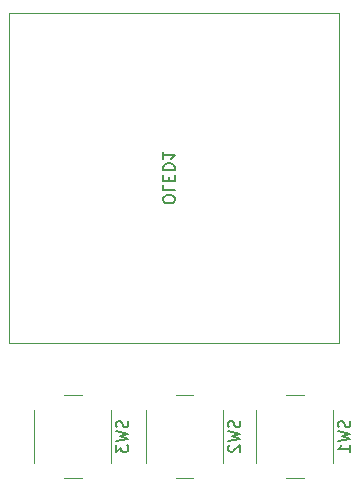
<source format=gbr>
%TF.GenerationSoftware,KiCad,Pcbnew,(5.99.0-3636-gf745036d8)*%
%TF.CreationDate,2020-10-30T20:07:45-04:00*%
%TF.ProjectId,waxMelter,7761784d-656c-4746-9572-2e6b69636164,rev?*%
%TF.SameCoordinates,Original*%
%TF.FileFunction,Legend,Bot*%
%TF.FilePolarity,Positive*%
%FSLAX46Y46*%
G04 Gerber Fmt 4.6, Leading zero omitted, Abs format (unit mm)*
G04 Created by KiCad (PCBNEW (5.99.0-3636-gf745036d8)) date 2020-10-30 20:07:45*
%MOMM*%
%LPD*%
G01*
G04 APERTURE LIST*
%ADD10C,0.150000*%
%ADD11C,0.120000*%
G04 APERTURE END LIST*
D10*
%TO.C,SW1*%
X136770761Y-104382666D02*
X136818380Y-104525523D01*
X136818380Y-104763619D01*
X136770761Y-104858857D01*
X136723142Y-104906476D01*
X136627904Y-104954095D01*
X136532666Y-104954095D01*
X136437428Y-104906476D01*
X136389809Y-104858857D01*
X136342190Y-104763619D01*
X136294571Y-104573142D01*
X136246952Y-104477904D01*
X136199333Y-104430285D01*
X136104095Y-104382666D01*
X136008857Y-104382666D01*
X135913619Y-104430285D01*
X135866000Y-104477904D01*
X135818380Y-104573142D01*
X135818380Y-104811238D01*
X135866000Y-104954095D01*
X135818380Y-105287428D02*
X136818380Y-105525523D01*
X136104095Y-105716000D01*
X136818380Y-105906476D01*
X135818380Y-106144571D01*
X136818380Y-107049333D02*
X136818380Y-106477904D01*
X136818380Y-106763619D02*
X135818380Y-106763619D01*
X135961238Y-106668380D01*
X136056476Y-106573142D01*
X136104095Y-106477904D01*
%TO.C,SW2*%
X127444761Y-104382666D02*
X127492380Y-104525523D01*
X127492380Y-104763619D01*
X127444761Y-104858857D01*
X127397142Y-104906476D01*
X127301904Y-104954095D01*
X127206666Y-104954095D01*
X127111428Y-104906476D01*
X127063809Y-104858857D01*
X127016190Y-104763619D01*
X126968571Y-104573142D01*
X126920952Y-104477904D01*
X126873333Y-104430285D01*
X126778095Y-104382666D01*
X126682857Y-104382666D01*
X126587619Y-104430285D01*
X126540000Y-104477904D01*
X126492380Y-104573142D01*
X126492380Y-104811238D01*
X126540000Y-104954095D01*
X126492380Y-105287428D02*
X127492380Y-105525523D01*
X126778095Y-105716000D01*
X127492380Y-105906476D01*
X126492380Y-106144571D01*
X126587619Y-106477904D02*
X126540000Y-106525523D01*
X126492380Y-106620761D01*
X126492380Y-106858857D01*
X126540000Y-106954095D01*
X126587619Y-107001714D01*
X126682857Y-107049333D01*
X126778095Y-107049333D01*
X126920952Y-107001714D01*
X127492380Y-106430285D01*
X127492380Y-107049333D01*
%TO.C,SW3*%
X117974761Y-104382666D02*
X118022380Y-104525523D01*
X118022380Y-104763619D01*
X117974761Y-104858857D01*
X117927142Y-104906476D01*
X117831904Y-104954095D01*
X117736666Y-104954095D01*
X117641428Y-104906476D01*
X117593809Y-104858857D01*
X117546190Y-104763619D01*
X117498571Y-104573142D01*
X117450952Y-104477904D01*
X117403333Y-104430285D01*
X117308095Y-104382666D01*
X117212857Y-104382666D01*
X117117619Y-104430285D01*
X117070000Y-104477904D01*
X117022380Y-104573142D01*
X117022380Y-104811238D01*
X117070000Y-104954095D01*
X117022380Y-105287428D02*
X118022380Y-105525523D01*
X117308095Y-105716000D01*
X118022380Y-105906476D01*
X117022380Y-106144571D01*
X117022380Y-106430285D02*
X117022380Y-107049333D01*
X117403333Y-106716000D01*
X117403333Y-106858857D01*
X117450952Y-106954095D01*
X117498571Y-107001714D01*
X117593809Y-107049333D01*
X117831904Y-107049333D01*
X117927142Y-107001714D01*
X117974761Y-106954095D01*
X118022380Y-106858857D01*
X118022380Y-106573142D01*
X117974761Y-106477904D01*
X117927142Y-106430285D01*
%TO.C,OLED1*%
X121967619Y-85748571D02*
X121967619Y-85558095D01*
X121920000Y-85462857D01*
X121824761Y-85367619D01*
X121634285Y-85320000D01*
X121300952Y-85320000D01*
X121110476Y-85367619D01*
X121015238Y-85462857D01*
X120967619Y-85558095D01*
X120967619Y-85748571D01*
X121015238Y-85843809D01*
X121110476Y-85939047D01*
X121300952Y-85986666D01*
X121634285Y-85986666D01*
X121824761Y-85939047D01*
X121920000Y-85843809D01*
X121967619Y-85748571D01*
X120967619Y-84415238D02*
X120967619Y-84891428D01*
X121967619Y-84891428D01*
X121491428Y-84081904D02*
X121491428Y-83748571D01*
X120967619Y-83605714D02*
X120967619Y-84081904D01*
X121967619Y-84081904D01*
X121967619Y-83605714D01*
X120967619Y-83177142D02*
X121967619Y-83177142D01*
X121967619Y-82939047D01*
X121920000Y-82796190D01*
X121824761Y-82700952D01*
X121729523Y-82653333D01*
X121539047Y-82605714D01*
X121396190Y-82605714D01*
X121205714Y-82653333D01*
X121110476Y-82700952D01*
X121015238Y-82796190D01*
X120967619Y-82939047D01*
X120967619Y-83177142D01*
X120967619Y-81653333D02*
X120967619Y-82224761D01*
X120967619Y-81939047D02*
X121967619Y-81939047D01*
X121824761Y-82034285D01*
X121729523Y-82129523D01*
X121681904Y-82224761D01*
D11*
%TO.C,SW1*%
X131366000Y-102216000D02*
X132866000Y-102216000D01*
X128866000Y-107966000D02*
X128866000Y-103466000D01*
X132866000Y-109216000D02*
X131366000Y-109216000D01*
X135366000Y-103466000D02*
X135366000Y-107966000D01*
%TO.C,SW2*%
X122040000Y-102216000D02*
X123540000Y-102216000D01*
X123540000Y-109216000D02*
X122040000Y-109216000D01*
X119540000Y-107966000D02*
X119540000Y-103466000D01*
X126040000Y-103466000D02*
X126040000Y-107966000D01*
%TO.C,SW3*%
X116570000Y-103466000D02*
X116570000Y-107966000D01*
X110070000Y-107966000D02*
X110070000Y-103466000D01*
X112570000Y-102216000D02*
X114070000Y-102216000D01*
X114070000Y-109216000D02*
X112570000Y-109216000D01*
%TO.C,OLED1*%
X135890000Y-69850000D02*
X107950000Y-69850000D01*
X107950000Y-69850000D02*
X107950000Y-97790000D01*
X107950000Y-97790000D02*
X135890000Y-97790000D01*
X135890000Y-97790000D02*
X135890000Y-69850000D01*
%TD*%
M02*

</source>
